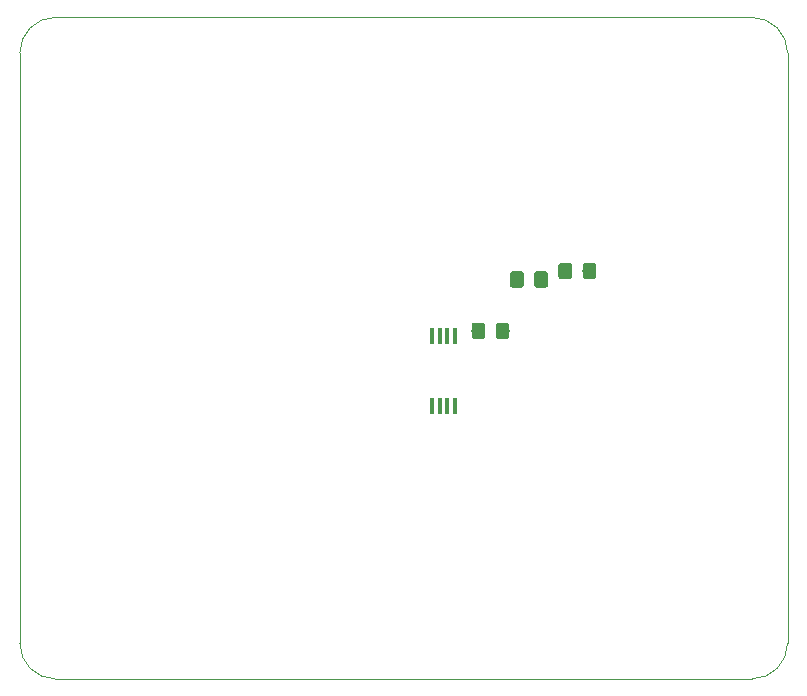
<source format=gbr>
G04 #@! TF.GenerationSoftware,KiCad,Pcbnew,(5.1.0)-1*
G04 #@! TF.CreationDate,2021-12-28T09:15:10+02:00*
G04 #@! TF.ProjectId,RPI_HAT_sensors,5250495f-4841-4545-9f73-656e736f7273,rev?*
G04 #@! TF.SameCoordinates,Original*
G04 #@! TF.FileFunction,Paste,Top*
G04 #@! TF.FilePolarity,Positive*
%FSLAX46Y46*%
G04 Gerber Fmt 4.6, Leading zero omitted, Abs format (unit mm)*
G04 Created by KiCad (PCBNEW (5.1.0)-1) date 2021-12-28 09:15:10*
%MOMM*%
%LPD*%
G04 APERTURE LIST*
%ADD10C,0.100000*%
%ADD11R,0.450000X1.450000*%
%ADD12C,1.150000*%
G04 APERTURE END LIST*
D10*
X78546356Y-63817611D02*
X78546356Y-113817611D01*
X78546356Y-63817611D02*
G75*
G02X81546356Y-60817611I3000000J0D01*
G01*
X140546356Y-60817611D02*
X81546356Y-60817611D01*
X140546356Y-60817611D02*
G75*
G02X143546356Y-63817611I0J-3000000D01*
G01*
X143546356Y-113817611D02*
X143546356Y-63817611D01*
X81546356Y-116817611D02*
G75*
G02X78546356Y-113817611I0J3000000D01*
G01*
X81546356Y-116817611D02*
X140546356Y-116817611D01*
X143546351Y-113822847D02*
G75*
G02X140546356Y-116817611I-2999995J5236D01*
G01*
D11*
X113452000Y-93704200D03*
X114102000Y-93704200D03*
X114752000Y-93704200D03*
X115402000Y-93704200D03*
X115402000Y-87804200D03*
X114752000Y-87804200D03*
X114102000Y-87804200D03*
X113452000Y-87804200D03*
D10*
G36*
X127127365Y-81587044D02*
G01*
X127151633Y-81590644D01*
X127175432Y-81596605D01*
X127198531Y-81604870D01*
X127220710Y-81615360D01*
X127241753Y-81627972D01*
X127261459Y-81642587D01*
X127279637Y-81659063D01*
X127296113Y-81677241D01*
X127310728Y-81696947D01*
X127323340Y-81717990D01*
X127333830Y-81740169D01*
X127342095Y-81763268D01*
X127348056Y-81787067D01*
X127351656Y-81811335D01*
X127352860Y-81835839D01*
X127352860Y-82735841D01*
X127351656Y-82760345D01*
X127348056Y-82784613D01*
X127342095Y-82808412D01*
X127333830Y-82831511D01*
X127323340Y-82853690D01*
X127310728Y-82874733D01*
X127296113Y-82894439D01*
X127279637Y-82912617D01*
X127261459Y-82929093D01*
X127241753Y-82943708D01*
X127220710Y-82956320D01*
X127198531Y-82966810D01*
X127175432Y-82975075D01*
X127151633Y-82981036D01*
X127127365Y-82984636D01*
X127102861Y-82985840D01*
X126452859Y-82985840D01*
X126428355Y-82984636D01*
X126404087Y-82981036D01*
X126380288Y-82975075D01*
X126357189Y-82966810D01*
X126335010Y-82956320D01*
X126313967Y-82943708D01*
X126294261Y-82929093D01*
X126276083Y-82912617D01*
X126259607Y-82894439D01*
X126244992Y-82874733D01*
X126232380Y-82853690D01*
X126221890Y-82831511D01*
X126213625Y-82808412D01*
X126207664Y-82784613D01*
X126204064Y-82760345D01*
X126202860Y-82735841D01*
X126202860Y-81835839D01*
X126204064Y-81811335D01*
X126207664Y-81787067D01*
X126213625Y-81763268D01*
X126221890Y-81740169D01*
X126232380Y-81717990D01*
X126244992Y-81696947D01*
X126259607Y-81677241D01*
X126276083Y-81659063D01*
X126294261Y-81642587D01*
X126313967Y-81627972D01*
X126335010Y-81615360D01*
X126357189Y-81604870D01*
X126380288Y-81596605D01*
X126404087Y-81590644D01*
X126428355Y-81587044D01*
X126452859Y-81585840D01*
X127102861Y-81585840D01*
X127127365Y-81587044D01*
X127127365Y-81587044D01*
G37*
D12*
X126777860Y-82285840D03*
D10*
G36*
X125077365Y-81587044D02*
G01*
X125101633Y-81590644D01*
X125125432Y-81596605D01*
X125148531Y-81604870D01*
X125170710Y-81615360D01*
X125191753Y-81627972D01*
X125211459Y-81642587D01*
X125229637Y-81659063D01*
X125246113Y-81677241D01*
X125260728Y-81696947D01*
X125273340Y-81717990D01*
X125283830Y-81740169D01*
X125292095Y-81763268D01*
X125298056Y-81787067D01*
X125301656Y-81811335D01*
X125302860Y-81835839D01*
X125302860Y-82735841D01*
X125301656Y-82760345D01*
X125298056Y-82784613D01*
X125292095Y-82808412D01*
X125283830Y-82831511D01*
X125273340Y-82853690D01*
X125260728Y-82874733D01*
X125246113Y-82894439D01*
X125229637Y-82912617D01*
X125211459Y-82929093D01*
X125191753Y-82943708D01*
X125170710Y-82956320D01*
X125148531Y-82966810D01*
X125125432Y-82975075D01*
X125101633Y-82981036D01*
X125077365Y-82984636D01*
X125052861Y-82985840D01*
X124402859Y-82985840D01*
X124378355Y-82984636D01*
X124354087Y-82981036D01*
X124330288Y-82975075D01*
X124307189Y-82966810D01*
X124285010Y-82956320D01*
X124263967Y-82943708D01*
X124244261Y-82929093D01*
X124226083Y-82912617D01*
X124209607Y-82894439D01*
X124194992Y-82874733D01*
X124182380Y-82853690D01*
X124171890Y-82831511D01*
X124163625Y-82808412D01*
X124157664Y-82784613D01*
X124154064Y-82760345D01*
X124152860Y-82735841D01*
X124152860Y-81835839D01*
X124154064Y-81811335D01*
X124157664Y-81787067D01*
X124163625Y-81763268D01*
X124171890Y-81740169D01*
X124182380Y-81717990D01*
X124194992Y-81696947D01*
X124209607Y-81677241D01*
X124226083Y-81659063D01*
X124244261Y-81642587D01*
X124263967Y-81627972D01*
X124285010Y-81615360D01*
X124307189Y-81604870D01*
X124330288Y-81596605D01*
X124354087Y-81590644D01*
X124378355Y-81587044D01*
X124402859Y-81585840D01*
X125052861Y-81585840D01*
X125077365Y-81587044D01*
X125077365Y-81587044D01*
G37*
D12*
X124727860Y-82285840D03*
D10*
G36*
X123034265Y-82313484D02*
G01*
X123058533Y-82317084D01*
X123082332Y-82323045D01*
X123105431Y-82331310D01*
X123127610Y-82341800D01*
X123148653Y-82354412D01*
X123168359Y-82369027D01*
X123186537Y-82385503D01*
X123203013Y-82403681D01*
X123217628Y-82423387D01*
X123230240Y-82444430D01*
X123240730Y-82466609D01*
X123248995Y-82489708D01*
X123254956Y-82513507D01*
X123258556Y-82537775D01*
X123259760Y-82562279D01*
X123259760Y-83462281D01*
X123258556Y-83486785D01*
X123254956Y-83511053D01*
X123248995Y-83534852D01*
X123240730Y-83557951D01*
X123230240Y-83580130D01*
X123217628Y-83601173D01*
X123203013Y-83620879D01*
X123186537Y-83639057D01*
X123168359Y-83655533D01*
X123148653Y-83670148D01*
X123127610Y-83682760D01*
X123105431Y-83693250D01*
X123082332Y-83701515D01*
X123058533Y-83707476D01*
X123034265Y-83711076D01*
X123009761Y-83712280D01*
X122359759Y-83712280D01*
X122335255Y-83711076D01*
X122310987Y-83707476D01*
X122287188Y-83701515D01*
X122264089Y-83693250D01*
X122241910Y-83682760D01*
X122220867Y-83670148D01*
X122201161Y-83655533D01*
X122182983Y-83639057D01*
X122166507Y-83620879D01*
X122151892Y-83601173D01*
X122139280Y-83580130D01*
X122128790Y-83557951D01*
X122120525Y-83534852D01*
X122114564Y-83511053D01*
X122110964Y-83486785D01*
X122109760Y-83462281D01*
X122109760Y-82562279D01*
X122110964Y-82537775D01*
X122114564Y-82513507D01*
X122120525Y-82489708D01*
X122128790Y-82466609D01*
X122139280Y-82444430D01*
X122151892Y-82423387D01*
X122166507Y-82403681D01*
X122182983Y-82385503D01*
X122201161Y-82369027D01*
X122220867Y-82354412D01*
X122241910Y-82341800D01*
X122264089Y-82331310D01*
X122287188Y-82323045D01*
X122310987Y-82317084D01*
X122335255Y-82313484D01*
X122359759Y-82312280D01*
X123009761Y-82312280D01*
X123034265Y-82313484D01*
X123034265Y-82313484D01*
G37*
D12*
X122684760Y-83012280D03*
D10*
G36*
X120984265Y-82313484D02*
G01*
X121008533Y-82317084D01*
X121032332Y-82323045D01*
X121055431Y-82331310D01*
X121077610Y-82341800D01*
X121098653Y-82354412D01*
X121118359Y-82369027D01*
X121136537Y-82385503D01*
X121153013Y-82403681D01*
X121167628Y-82423387D01*
X121180240Y-82444430D01*
X121190730Y-82466609D01*
X121198995Y-82489708D01*
X121204956Y-82513507D01*
X121208556Y-82537775D01*
X121209760Y-82562279D01*
X121209760Y-83462281D01*
X121208556Y-83486785D01*
X121204956Y-83511053D01*
X121198995Y-83534852D01*
X121190730Y-83557951D01*
X121180240Y-83580130D01*
X121167628Y-83601173D01*
X121153013Y-83620879D01*
X121136537Y-83639057D01*
X121118359Y-83655533D01*
X121098653Y-83670148D01*
X121077610Y-83682760D01*
X121055431Y-83693250D01*
X121032332Y-83701515D01*
X121008533Y-83707476D01*
X120984265Y-83711076D01*
X120959761Y-83712280D01*
X120309759Y-83712280D01*
X120285255Y-83711076D01*
X120260987Y-83707476D01*
X120237188Y-83701515D01*
X120214089Y-83693250D01*
X120191910Y-83682760D01*
X120170867Y-83670148D01*
X120151161Y-83655533D01*
X120132983Y-83639057D01*
X120116507Y-83620879D01*
X120101892Y-83601173D01*
X120089280Y-83580130D01*
X120078790Y-83557951D01*
X120070525Y-83534852D01*
X120064564Y-83511053D01*
X120060964Y-83486785D01*
X120059760Y-83462281D01*
X120059760Y-82562279D01*
X120060964Y-82537775D01*
X120064564Y-82513507D01*
X120070525Y-82489708D01*
X120078790Y-82466609D01*
X120089280Y-82444430D01*
X120101892Y-82423387D01*
X120116507Y-82403681D01*
X120132983Y-82385503D01*
X120151161Y-82369027D01*
X120170867Y-82354412D01*
X120191910Y-82341800D01*
X120214089Y-82331310D01*
X120237188Y-82323045D01*
X120260987Y-82317084D01*
X120285255Y-82313484D01*
X120309759Y-82312280D01*
X120959761Y-82312280D01*
X120984265Y-82313484D01*
X120984265Y-82313484D01*
G37*
D12*
X120634760Y-83012280D03*
D10*
G36*
X117713905Y-86651804D02*
G01*
X117738173Y-86655404D01*
X117761972Y-86661365D01*
X117785071Y-86669630D01*
X117807250Y-86680120D01*
X117828293Y-86692732D01*
X117847999Y-86707347D01*
X117866177Y-86723823D01*
X117882653Y-86742001D01*
X117897268Y-86761707D01*
X117909880Y-86782750D01*
X117920370Y-86804929D01*
X117928635Y-86828028D01*
X117934596Y-86851827D01*
X117938196Y-86876095D01*
X117939400Y-86900599D01*
X117939400Y-87800601D01*
X117938196Y-87825105D01*
X117934596Y-87849373D01*
X117928635Y-87873172D01*
X117920370Y-87896271D01*
X117909880Y-87918450D01*
X117897268Y-87939493D01*
X117882653Y-87959199D01*
X117866177Y-87977377D01*
X117847999Y-87993853D01*
X117828293Y-88008468D01*
X117807250Y-88021080D01*
X117785071Y-88031570D01*
X117761972Y-88039835D01*
X117738173Y-88045796D01*
X117713905Y-88049396D01*
X117689401Y-88050600D01*
X117039399Y-88050600D01*
X117014895Y-88049396D01*
X116990627Y-88045796D01*
X116966828Y-88039835D01*
X116943729Y-88031570D01*
X116921550Y-88021080D01*
X116900507Y-88008468D01*
X116880801Y-87993853D01*
X116862623Y-87977377D01*
X116846147Y-87959199D01*
X116831532Y-87939493D01*
X116818920Y-87918450D01*
X116808430Y-87896271D01*
X116800165Y-87873172D01*
X116794204Y-87849373D01*
X116790604Y-87825105D01*
X116789400Y-87800601D01*
X116789400Y-86900599D01*
X116790604Y-86876095D01*
X116794204Y-86851827D01*
X116800165Y-86828028D01*
X116808430Y-86804929D01*
X116818920Y-86782750D01*
X116831532Y-86761707D01*
X116846147Y-86742001D01*
X116862623Y-86723823D01*
X116880801Y-86707347D01*
X116900507Y-86692732D01*
X116921550Y-86680120D01*
X116943729Y-86669630D01*
X116966828Y-86661365D01*
X116990627Y-86655404D01*
X117014895Y-86651804D01*
X117039399Y-86650600D01*
X117689401Y-86650600D01*
X117713905Y-86651804D01*
X117713905Y-86651804D01*
G37*
D12*
X117364400Y-87350600D03*
D10*
G36*
X119763905Y-86651804D02*
G01*
X119788173Y-86655404D01*
X119811972Y-86661365D01*
X119835071Y-86669630D01*
X119857250Y-86680120D01*
X119878293Y-86692732D01*
X119897999Y-86707347D01*
X119916177Y-86723823D01*
X119932653Y-86742001D01*
X119947268Y-86761707D01*
X119959880Y-86782750D01*
X119970370Y-86804929D01*
X119978635Y-86828028D01*
X119984596Y-86851827D01*
X119988196Y-86876095D01*
X119989400Y-86900599D01*
X119989400Y-87800601D01*
X119988196Y-87825105D01*
X119984596Y-87849373D01*
X119978635Y-87873172D01*
X119970370Y-87896271D01*
X119959880Y-87918450D01*
X119947268Y-87939493D01*
X119932653Y-87959199D01*
X119916177Y-87977377D01*
X119897999Y-87993853D01*
X119878293Y-88008468D01*
X119857250Y-88021080D01*
X119835071Y-88031570D01*
X119811972Y-88039835D01*
X119788173Y-88045796D01*
X119763905Y-88049396D01*
X119739401Y-88050600D01*
X119089399Y-88050600D01*
X119064895Y-88049396D01*
X119040627Y-88045796D01*
X119016828Y-88039835D01*
X118993729Y-88031570D01*
X118971550Y-88021080D01*
X118950507Y-88008468D01*
X118930801Y-87993853D01*
X118912623Y-87977377D01*
X118896147Y-87959199D01*
X118881532Y-87939493D01*
X118868920Y-87918450D01*
X118858430Y-87896271D01*
X118850165Y-87873172D01*
X118844204Y-87849373D01*
X118840604Y-87825105D01*
X118839400Y-87800601D01*
X118839400Y-86900599D01*
X118840604Y-86876095D01*
X118844204Y-86851827D01*
X118850165Y-86828028D01*
X118858430Y-86804929D01*
X118868920Y-86782750D01*
X118881532Y-86761707D01*
X118896147Y-86742001D01*
X118912623Y-86723823D01*
X118930801Y-86707347D01*
X118950507Y-86692732D01*
X118971550Y-86680120D01*
X118993729Y-86669630D01*
X119016828Y-86661365D01*
X119040627Y-86655404D01*
X119064895Y-86651804D01*
X119089399Y-86650600D01*
X119739401Y-86650600D01*
X119763905Y-86651804D01*
X119763905Y-86651804D01*
G37*
D12*
X119414400Y-87350600D03*
M02*

</source>
